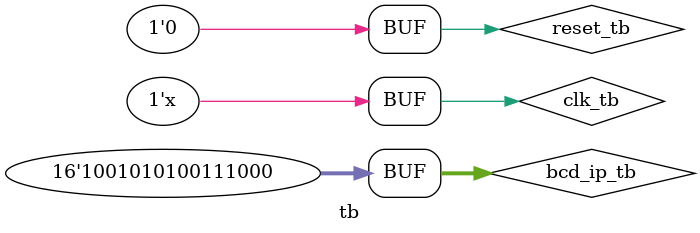
<source format=v>

`timescale 1ms / 1ns

module tb();
	reg clk_tb, reset_tb;
	reg [15:0] bcd_ip_tb = 16'b1001_0101_0011_1000;
	wire [3:0] anode_n_tb;
	wire [7:0] cathode_n_tb;
	
	always #0.000005 clk_tb = ~clk_tb;
	initial begin
		reset_tb = 1;
		clk_tb = 0;
		#1
		reset_tb = 0;
	end
	led_driver uut0(clk_tb, reset_tb, bcd_ip_tb, anode_n_tb, cathode_n_tb);
endmodule
</source>
